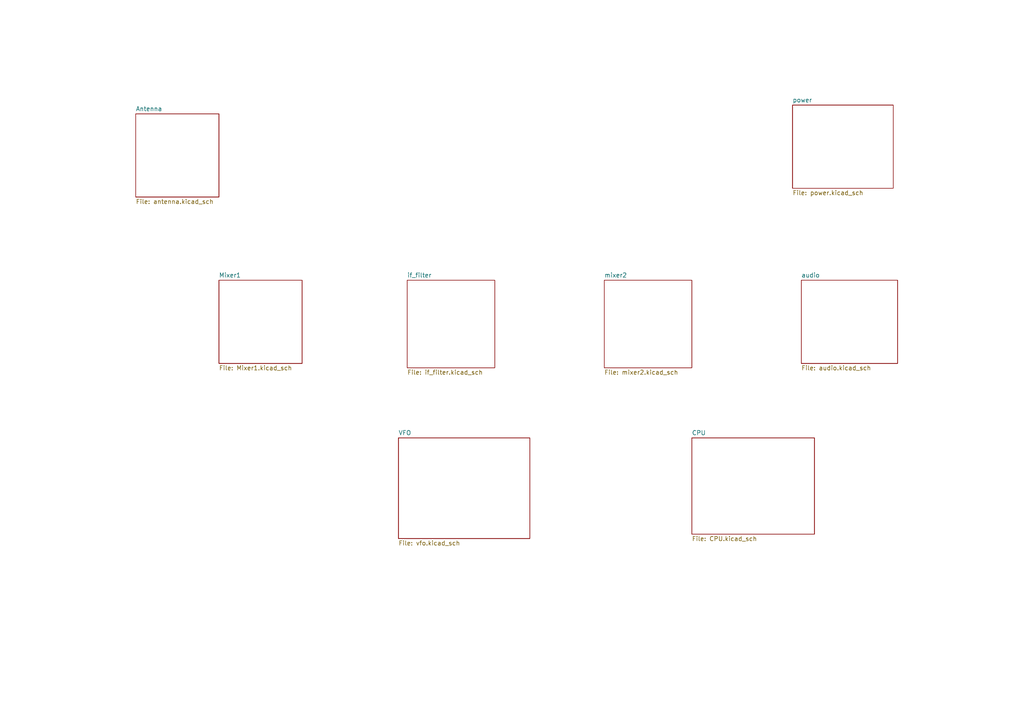
<source format=kicad_sch>
(kicad_sch (version 20230121) (generator eeschema)
  (paper "A4")
  (lib_symbols)
  (sheet (at 115.57 127) (size 38.1 29.21) (stroke (width 0.1524))
    (property "Sheetname" "VFO" (at 115.57 126.2884 0) (effects (justify left bottom)))
    (property "Sheetfile" "vfo.kicad_sch" (at 115.57 156.7946 0) (effects (justify left top)))
  )
  (sheet (at 229.87 30.48) (size 29.21 24.13) (stroke (width 0.1524))
    (property "Sheetname" "power" (at 229.87 29.7684 0) (effects (justify left bottom)))
    (property "Sheetfile" "power.kicad_sch" (at 229.87 55.1946 0) (effects (justify left top)))
  )
  (sheet (at 63.5 81.28) (size 24.13 24.13) (stroke (width 0.1524))
    (property "Sheetname" "Mixer1" (at 63.5 80.5684 0) (effects (justify left bottom)))
    (property "Sheetfile" "Mixer1.kicad_sch" (at 63.5 105.9946 0) (effects (justify left top)))
  )
  (sheet (at 175.26 81.28) (size 25.4 25.4) (stroke (width 0.1524))
    (property "Sheetname" "mixer2" (at 175.26 80.5684 0) (effects (justify left bottom)))
    (property "Sheetfile" "mixer2.kicad_sch" (at 175.26 107.2646 0) (effects (justify left top)))
  )
  (sheet (at 39.37 33.02) (size 24.13 24.13) (stroke (width 0.1524))
    (property "Sheetname" "Antenna" (at 39.37 32.3084 0) (effects (justify left bottom)))
    (property "Sheetfile" "antenna.kicad_sch" (at 39.37 57.7346 0) (effects (justify left top)))
  )
  (sheet (at 118.11 81.28) (size 25.4 25.4) (stroke (width 0.1524))
    (property "Sheetname" "if_filter" (at 118.11 80.5684 0) (effects (justify left bottom)))
    (property "Sheetfile" "if_filter.kicad_sch" (at 118.11 107.2646 0) (effects (justify left top)))
  )
  (sheet (at 232.41 81.28) (size 27.94 24.13) (stroke (width 0.1524))
    (property "Sheetname" "audio" (at 232.41 80.5684 0) (effects (justify left bottom)))
    (property "Sheetfile" "audio.kicad_sch" (at 232.41 105.9946 0) (effects (justify left top)))
  )
  (sheet (at 200.66 127) (size 35.56 27.94) (stroke (width 0.1524))
    (property "Sheetname" "CPU" (at 200.66 126.2884 0) (effects (justify left bottom)))
    (property "Sheetfile" "CPU.kicad_sch" (at 200.66 155.5246 0) (effects (justify left top)))
  )
)
</source>
